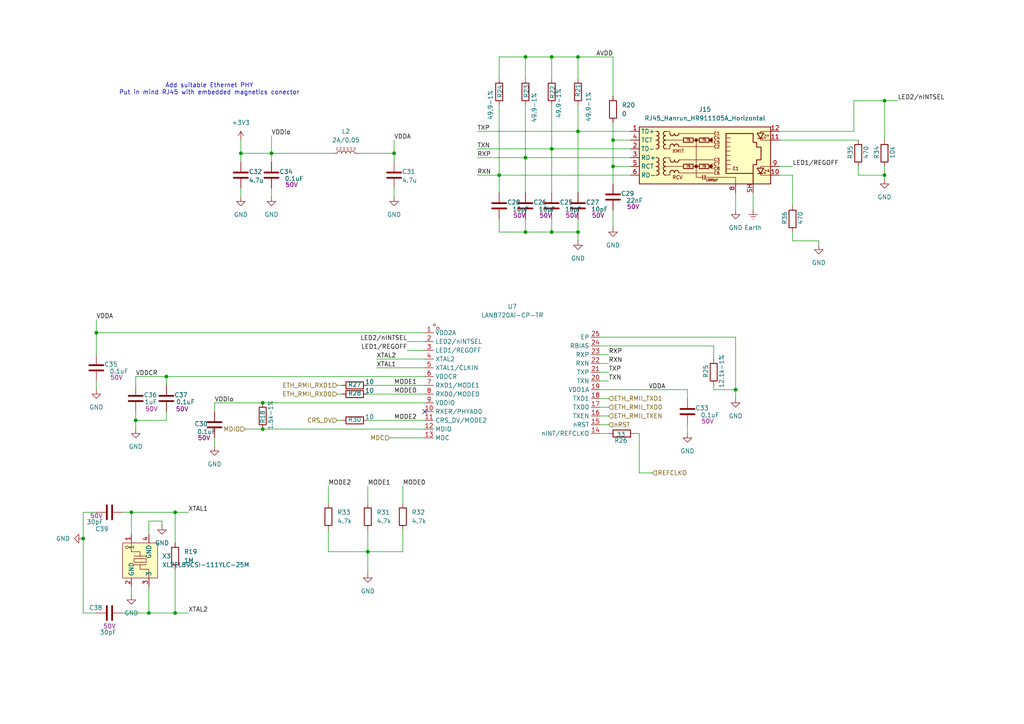
<source format=kicad_sch>
(kicad_sch (version 20250114) (generator "eeschema") (generator_version "9.0")
  (paper "A4")
  (lib_symbols
    (symbol "Connector:RJ45_Hanrun_HR911105A_Horizontal"
      (property "Reference" "J" (at 18.415 10.16 0))
      (property "Value" "RJ45_Hanrun_HR911105A_Horizontal" (at -19.05 10.16 0))
      (symbol "RJ45_Hanrun_HR911105A_Horizontal_0_0"
        (circle (center -1.27 5.08) (radius 0.0001) (stroke (width 0.508)))
        (polyline (pts (xy -1.27 5.08) (xy -1.27 -5.715)))
        (circle (center -1.27 -2.54) (radius 0.0001) (stroke (width 0.508)))
        (polyline (pts (xy 0.635 -5.08) (xy 0.635 -6.35)) (stroke (width 0.254)))
        (polyline (pts (xy 1.27 -5.08) (xy 1.27 -6.35)) (stroke (width 0.254)))
        (polyline (pts (xy 3.048 5.08) (xy 2.54 5.08)))
        (circle (center 3.048 5.08) (radius 0.0001) (stroke (width 0.508)))
        (polyline (pts (xy 3.048 -2.54) (xy 2.54 -2.54)))
        (circle (center 3.048 -2.54) (radius 0.0001) (stroke (width 0.508)))
        (polyline (pts (xy 3.683 5.715) (xy 3.048 5.715) (xy 3.048 4.445) (xy 3.683 4.445)))
        (polyline (pts (xy 3.683 -1.905) (xy 3.048 -1.905) (xy 3.048 -3.175) (xy 3.683 -3.175)))
        (polyline (pts (xy 17.399 7.112) (xy 17.399 7.62) (xy 20.32 7.62)))
        (polyline (pts (xy 17.399 -3.048) (xy 17.399 -2.54) (xy 20.32 -2.54)))
        (polyline (pts (xy 20.32 5.08) (xy 17.399 5.08) (xy 17.399 5.588)))
        (polyline (pts (xy 20.32 -5.08) (xy 17.399 -5.08) (xy 17.399 -4.572)))
        (text "XMIT" (at -8.255 1.905 0) (effects (font (size 1.016 1.016)) (justify left)))
        (text "RCV" (at -8.255 -5.715 0) (effects (font (size 1.016 1.016)) (justify left)))
        (text "C1" (at 4.699 6.985 0) (effects (font (size 0.889 0.889))))
        (text "C4" (at 4.699 5.715 0) (effects (font (size 0.889 0.889))))
        (text "C5" (at 4.699 4.445 0) (effects (font (size 0.889 0.889))))
        (text "C2" (at 4.699 3.175 0) (effects (font (size 0.889 0.889))))
        (text "C3" (at 4.699 -0.635 0) (effects (font (size 0.889 0.889))))
        (text "C7" (at 4.699 -1.905 0) (effects (font (size 0.889 0.889))))
        (text "C8" (at 4.699 -3.175 0) (effects (font (size 0.889 0.889))))
        (text "C6" (at 4.699 -4.445 0) (effects (font (size 0.889 0.889))))
        (text "C1" (at 10.16 -3.175 0) (effects (font (size 0.889 0.889))))
      )
      (symbol "RJ45_Hanrun_HR911105A_Horizontal_0_1"
        (rectangle (start -17.78 8.89) (end 20.32 -7.62) (stroke (width 0.254)) (fill (type background)))
        (polyline (pts (xy -12.7 7.62) (xy -13.081 7.62)))
        (polyline (pts (xy -12.7 5.08) (xy -13.081 5.08)))
        (polyline (pts (xy -12.7 2.54) (xy -13.081 2.54)))
        (polyline (pts (xy -12.7 0) (xy -13.081 0)))
        (polyline (pts (xy -12.7 -2.54) (xy -13.081 -2.54)))
        (polyline (pts (xy -12.7 -5.08) (xy -13.081 -5.08)))
        (polyline (pts (xy -10.16 7.62) (xy -8.89 7.62) (xy -8.89 6.985)))
        (polyline (pts (xy -10.16 0) (xy -8.89 0) (xy -8.89 -0.635)))
        (polyline (pts (xy -8.89 3.175) (xy -8.89 2.54) (xy -10.16 2.54)))
        (polyline (pts (xy -8.89 -4.445) (xy -8.89 -5.08) (xy -10.16 -5.08)))
        (polyline (pts (xy -6.35 6.985) (xy 3.683 6.985)))
        (polyline (pts (xy -6.35 3.175) (xy 3.683 3.175)))
        (polyline (pts (xy -6.35 -4.445) (xy 3.683 -4.445)))
        (polyline (pts (xy -6.223 -0.635) (xy 3.683 -0.635)))
        (polyline (pts (xy -5.08 -2.54) (xy -10.16 -2.54)))
        (polyline (pts (xy -4.953 5.08) (xy -10.16 5.08)))
        (polyline (pts (xy -2.159 5.08) (xy -0.381 5.08)))
        (polyline (pts (xy -2.159 -2.54) (xy -0.381 -2.54)))
        (polyline (pts (xy 0.635 -5.715) (xy -1.27 -5.715)))
        (polyline (pts (xy 7.366 3.175) (xy 8.636 3.175)))
        (polyline (pts (xy 7.366 1.905) (xy 8.636 1.905)))
        (polyline (pts (xy 7.366 0.635) (xy 8.636 0.635)))
        (polyline (pts (xy 7.366 -0.762) (xy 8.636 -0.762)))
        (polyline (pts (xy 7.366 -2.032) (xy 8.636 -2.032)))
        (polyline (pts (xy 8.636 5.715) (xy 7.366 5.715)))
        (polyline (pts (xy 8.636 4.445) (xy 7.366 4.445)))
        (polyline (pts (xy 8.636 -3.302) (xy 7.366 -3.302)))
        (polyline (pts (xy 10.16 -5.715) (xy 1.27 -5.715)))
        (polyline (pts (xy 10.16 -5.715) (xy 10.16 -7.62)))
      )
      (symbol "RJ45_Hanrun_HR911105A_Horizontal_1_0"
        (text "1000pF" (at 3.302 -6.477 0) (effects (font (size 0.635 0.635))))
      )
      (symbol "RJ45_Hanrun_HR911105A_Horizontal_1_1"
        (arc (start -12.7 0) (mid -12.0677 -0.635) (end -12.7 -1.27) (stroke (width 0.254)))
        (arc (start -12.6973 7.62) (mid -12.065 6.985) (end -12.6973 6.35) (stroke (width 0.254)))
        (arc (start -12.6973 -1.27) (mid -12.065 -1.905) (end -12.6973 -2.54) (stroke (width 0.254)))
        (arc (start -12.6973 -2.54) (mid -12.065 -3.175) (end -12.6973 -3.81) (stroke (width 0.254)))
        (arc (start -12.6973 -3.81) (mid -12.065 -4.445) (end -12.6973 -5.08) (stroke (width 0.254)))
        (arc (start -12.6946 6.35) (mid -12.0623 5.715) (end -12.6946 5.08) (stroke (width 0.254)))
        (arc (start -12.6946 5.08) (mid -12.0623 4.445) (end -12.6946 3.81) (stroke (width 0.254)))
        (arc (start -12.6946 3.81) (mid -12.0623 3.175) (end -12.6946 2.54) (stroke (width 0.254)))
        (arc (start -10.1654 6.35) (mid -10.7977 6.985) (end -10.1654 7.62) (stroke (width 0.254)))
        (arc (start -10.1654 5.08) (mid -10.7977 5.715) (end -10.1654 6.35) (stroke (width 0.254)))
        (arc (start -10.1654 3.81) (mid -10.7977 4.445) (end -10.1654 5.08) (stroke (width 0.254)))
        (arc (start -10.1654 -1.27) (mid -10.7977 -0.635) (end -10.1654 0) (stroke (width 0.254)))
        (arc (start -10.1654 -2.54) (mid -10.7977 -1.905) (end -10.1654 -1.27) (stroke (width 0.254)))
        (arc (start -10.1654 -3.81) (mid -10.7977 -3.175) (end -10.1654 -2.54) (stroke (width 0.254)))
        (arc (start -10.1627 2.54) (mid -10.795 3.175) (end -10.1627 3.81) (stroke (width 0.254)))
        (arc (start -10.1627 -5.08) (mid -10.795 -4.445) (end -10.1627 -3.81) (stroke (width 0.254)))
        (arc (start -7.62 6.9823) (mid -8.255 6.35) (end -8.89 6.9823) (stroke (width 0.254)))
        (arc (start -8.89 3.3047) (mid -8.255 3.937) (end -7.62 3.3047) (stroke (width 0.254)))
        (arc (start -8.89 -4.3153) (mid -8.255 -3.683) (end -7.62 -4.3153) (stroke (width 0.254)))
        (arc (start -7.5565 -0.7012) (mid -8.1915 -1.3335) (end -8.8265 -0.7012) (stroke (width 0.254)))
        (arc (start -6.35 6.985) (mid -6.985 6.3527) (end -7.62 6.985) (stroke (width 0.254)))
        (arc (start -7.62 3.3074) (mid -6.985 3.9397) (end -6.35 3.3074) (stroke (width 0.254)))
        (arc (start -7.62 -4.3126) (mid -6.985 -3.6803) (end -6.35 -4.3126) (stroke (width 0.254)))
        (arc (start -6.2865 -0.6985) (mid -6.9215 -1.3308) (end -7.5565 -0.6985) (stroke (width 0.254)))
        (rectangle (start -4.953 5.715) (end -2.159 4.445) (stroke (width 0.254)))
        (rectangle (start -4.953 -1.905) (end -2.159 -3.175) (stroke (width 0.254)))
        (rectangle (start -0.381 5.715) (end 2.413 4.445) (stroke (width 0.254)))
        (rectangle (start -0.381 -1.905) (end 2.413 -3.175) (stroke (width 0.254)))
        (polyline (pts (xy 7.366 -4.572) (xy 7.366 6.985) (xy 15.24 6.985) (xy 15.24 4.445) (xy 16.256 4.445) (xy 16.256 3.048) (xy 17.526 3.048) (xy 17.526 -0.635) (xy 16.256 -0.635) (xy 16.256 -2.032) (xy 15.24 -2.032) (xy 15.24 -4.572) (xy 7.366 -4.572)) (stroke (width 0.254)))
        (polyline (pts (xy 15.24 -7.62) (xy 15.24 -4.572)) (stroke (width 0.254)))
        (polyline (pts (xy 18.161 5.588) (xy 16.637 5.588)) (stroke (width 0.254)))
        (polyline (pts (xy 18.161 -4.572) (xy 16.637 -4.572)) (stroke (width 0.254)))
        (polyline (pts (xy 18.288 7.112) (xy 16.383 7.112) (xy 17.399 5.588) (xy 18.288 7.112)) (stroke (width 0.254)))
        (polyline (pts (xy 18.288 6.096) (xy 18.796 5.588) (xy 18.542 5.588)))
        (polyline (pts (xy 18.288 -3.048) (xy 16.383 -3.048) (xy 17.399 -4.572) (xy 18.288 -3.048)) (stroke (width 0.254)))
        (polyline (pts (xy 18.288 -4.064) (xy 18.796 -4.572) (xy 18.542 -4.572)))
        (polyline (pts (xy 18.542 6.731) (xy 19.05 6.223) (xy 18.796 6.223)))
        (polyline (pts (xy 18.542 -3.429) (xy 19.05 -3.937) (xy 18.796 -3.937)))
        (polyline (pts (xy 18.796 5.588) (xy 18.796 5.842)))
        (polyline (pts (xy 18.796 -4.572) (xy 18.796 -4.318)))
        (polyline (pts (xy 19.05 6.223) (xy 19.05 6.477)))
        (polyline (pts (xy 19.05 -3.937) (xy 19.05 -3.683)))
        (text "75" (at -3.556 5.08 0) (effects (font (size 0.635 0.635))))
        (text "75" (at -3.556 -2.54 0) (effects (font (size 0.635 0.635))))
        (text "75" (at 1.016 5.08 0) (effects (font (size 0.635 0.635))))
        (text "75" (at 1.016 -2.54 0) (effects (font (size 0.635 0.635))))
        (text "Y" (at 19.558 6.35 0) (effects (font (size 0.635 0.635))))
        (text "G" (at 19.685 -3.81 0) (effects (font (size 0.635 0.635))))
        (pin passive line (at -20.32 7.62 0) (length 2.54) (name "TD+") (number "1"))
        (pin passive line (at -20.32 5.08 0) (length 2.54) (name "TCT") (number "4"))
        (pin passive line (at -20.32 2.54 0) (length 2.54) (name "TD-") (number "2"))
        (pin passive line (at -20.32 0 0) (length 2.54) (name "RD+") (number "3"))
        (pin passive line (at -20.32 -2.54 0) (length 2.54) (name "RCT") (number "5"))
        (pin passive line (at -20.32 -5.08 0) (length 2.54) (name "RD-") (number "6"))
        (pin power_in line (at 10.16 -10.16 90) (length 2.54) (name "") (number "8"))
        (pin passive line (at 15.24 -10.16 90) (length 2.54) (name "") (number "SH"))
        (pin no_connect line (at 20.32 0 0) (length 0) (hide yes) (name "NC") (number "7"))
        (pin passive line (at 22.86 7.62 180) (length 2.54) (name "") (number "12"))
        (pin passive line (at 22.86 5.08 180) (length 2.54) (name "") (number "11"))
        (pin passive line (at 22.86 -2.54 180) (length 2.54) (name "") (number "9"))
        (pin passive line (at 22.86 -5.08 180) (length 2.54) (name "") (number "10"))
      )
    )
    (symbol "Device:C" (pin_numbers (hide yes)) (pin_names (offset 0.254))
      (property "Reference" "C" (at 0.635 2.54 0))
      (property "Value" "C" (at 0.635 -2.54 0))
      (symbol "C_0_1"
        (polyline (pts (xy -2.032 0.762) (xy 2.032 0.762)) (stroke (width 0.508)))
        (polyline (pts (xy -2.032 -0.762) (xy 2.032 -0.762)) (stroke (width 0.508)))
      )
      (symbol "C_1_1"
        (pin passive line (at 0 3.81 270) (length 2.794) (name "~") (number "1"))
        (pin passive line (at 0 -3.81 90) (length 2.794) (name "~") (number "2"))
      )
    )
    (symbol "Device:L_Ferrite" (pin_numbers (hide yes)) (pin_names (offset 1.016) (hide yes))
      (property "Reference" "L" (at -1.27 0 90))
      (property "Value" "L_Ferrite" (at 2.794 0 90))
      (symbol "L_Ferrite_0_1"
        (arc (start 0 2.54) (mid 0.6323 1.905) (end 0 1.27))
        (arc (start 0 1.27) (mid 0.6323 0.635) (end 0 0))
        (arc (start 0 0) (mid 0.6323 -0.635) (end 0 -1.27))
        (arc (start 0 -1.27) (mid 0.6323 -1.905) (end 0 -2.54))
        (polyline (pts (xy 1.016 2.286) (xy 1.016 2.794)))
        (polyline (pts (xy 1.016 1.27) (xy 1.016 1.778)))
        (polyline (pts (xy 1.016 0.254) (xy 1.016 0.762)))
        (polyline (pts (xy 1.016 -0.762) (xy 1.016 -0.254)))
        (polyline (pts (xy 1.016 -1.778) (xy 1.016 -1.27)))
        (polyline (pts (xy 1.016 -2.794) (xy 1.016 -2.286)))
        (polyline (pts (xy 1.524 2.794) (xy 1.524 2.286)))
        (polyline (pts (xy 1.524 1.778) (xy 1.524 1.27)))
        (polyline (pts (xy 1.524 0.762) (xy 1.524 0.254)))
        (polyline (pts (xy 1.524 -0.254) (xy 1.524 -0.762)))
        (polyline (pts (xy 1.524 -1.27) (xy 1.524 -1.778)))
        (polyline (pts (xy 1.524 -2.286) (xy 1.524 -2.794)))
      )
      (symbol "L_Ferrite_1_1"
        (pin passive line (at 0 3.81 270) (length 1.27) (name "1") (number "1"))
        (pin passive line (at 0 -3.81 90) (length 1.27) (name "2") (number "2"))
      )
    )
    (symbol "Device:R" (pin_numbers (hide yes)) (pin_names (offset 0))
      (property "Reference" "R" (at 2.032 0 90))
      (property "Value" "R" (at 0 0 90))
      (symbol "R_0_1"
        (rectangle (start -1.016 -2.54) (end 1.016 2.54) (stroke (width 0.254)))
      )
      (symbol "R_1_1"
        (pin passive line (at 0 3.81 270) (length 1.27) (name "~") (number "1"))
        (pin passive line (at 0 -3.81 90) (length 1.27) (name "~") (number "2"))
      )
    )
    (symbol "EasyEDA:LAN8720AI-CP-TR"
      (property "Reference" "U" (at 0 20.32 0))
      (property "Value" "LAN8720AI-CP-TR" (at 0 -20.32 0))
      (symbol "LAN8720AI-CP-TR_0_1"
        (rectangle (start -22.86 17.78) (end -22.35 17.27) (fill (type background)))
        (circle (center -21.59 16.51) (radius 0.38))
        (pin unspecified line (at -25.4 15.24 0) (length 2.54) (name "VDD2A") (number "1"))
        (pin unspecified line (at -25.4 12.7 0) (length 2.54) (name "LED2/nINTSEL") (number "2"))
        (pin unspecified line (at -25.4 10.16 0) (length 2.54) (name "LED1/REGOFF") (number "3"))
        (pin unspecified line (at -25.4 7.62 0) (length 2.54) (name "XTAL2") (number "4"))
        (pin unspecified line (at -25.4 5.08 0) (length 2.54) (name "XTAL1/CLKIN") (number "5"))
        (pin unspecified line (at -25.4 2.54 0) (length 2.54) (name "VDDCR") (number "6"))
        (pin unspecified line (at -25.4 0 0) (length 2.54) (name "RXD1/MODE1") (number "7"))
        (pin unspecified line (at -25.4 -2.54 0) (length 2.54) (name "RXD0/MODE0") (number "8"))
        (pin unspecified line (at -25.4 -5.08 0) (length 2.54) (name "VDDIO") (number "9"))
        (pin unspecified line (at -25.4 -7.62 0) (length 2.54) (name "RXER/PHYAD0") (number "10"))
        (pin unspecified line (at -25.4 -10.16 0) (length 2.54) (name "CRS_DV/MODE2") (number "11"))
        (pin unspecified line (at -25.4 -12.7 0) (length 2.54) (name "MDIO") (number "12"))
        (pin unspecified line (at -25.4 -15.24 0) (length 2.54) (name "MDC") (number "13"))
        (pin unspecified line (at 25.4 13.97 180) (length 2.54) (name "EP") (number "25"))
        (pin unspecified line (at 25.4 11.43 180) (length 2.54) (name "RBIAS") (number "24"))
        (pin unspecified line (at 25.4 8.89 180) (length 2.54) (name "RXP") (number "23"))
        (pin unspecified line (at 25.4 6.35 180) (length 2.54) (name "RXN") (number "22"))
        (pin unspecified line (at 25.4 3.81 180) (length 2.54) (name "TXP") (number "21"))
        (pin unspecified line (at 25.4 1.27 180) (length 2.54) (name "TXN") (number "20"))
        (pin unspecified line (at 25.4 -1.27 180) (length 2.54) (name "VDD1A") (number "19"))
        (pin unspecified line (at 25.4 -3.81 180) (length 2.54) (name "TXD1") (number "18"))
        (pin unspecified line (at 25.4 -6.35 180) (length 2.54) (name "TXD0") (number "17"))
        (pin unspecified line (at 25.4 -8.89 180) (length 2.54) (name "TXEN") (number "16"))
        (pin unspecified line (at 25.4 -11.43 180) (length 2.54) (name "nRST") (number "15"))
        (pin unspecified line (at 25.4 -13.97 180) (length 2.54) (name "nINT/REFCLKO") (number "14"))
      )
    )
    (symbol "EasyEDA:XL2EL89CSI-111YLC-25M"
      (property "Reference" "X" (at 0 7.62 0))
      (property "Value" "XL2EL89CSI-111YLC-25M" (at 0 -7.62 0))
      (symbol "XL2EL89CSI-111YLC-25M_0_1"
        (rectangle (start -5.08 5.08) (end 5.08 -5.08) (fill (type background)))
        (polyline (pts (xy -5.08 -2.54) (xy -2.54 -2.54) (xy -2.54 0) (xy -1.27 0)))
        (circle (center -3.81 -3.81) (radius 0.38))
        (polyline (pts (xy -1.27 -1.78) (xy -1.27 1.78)))
        (rectangle (start -0.51 1.78) (end 0.51 -1.78) (fill (type background)))
        (polyline (pts (xy 1.27 -1.78) (xy 1.27 1.78)))
        (polyline (pts (xy 5.08 2.54) (xy 2.54 2.54) (xy 2.54 0) (xy 1.27 0)))
        (pin input line (at -7.62 2.54 0) (length 2.54) (name "GND") (number "4"))
        (pin input line (at -7.62 -2.54 0) (length 2.54) (name "1") (number "1"))
        (pin input line (at 7.62 2.54 180) (length 2.54) (name "3") (number "3"))
        (pin input line (at 7.62 -2.54 180) (length 2.54) (name "GND") (number "2"))
      )
    )
    (symbol "power:+3V3" (power) (pin_numbers (hide yes)) (pin_names (offset 0) (hide yes))
      (property "Value" "+3V3" (at 0 3.556 0))
      (symbol "+3V3_0_1"
        (polyline (pts (xy -0.762 1.27) (xy 0 2.54)))
        (polyline (pts (xy 0 2.54) (xy 0.762 1.27)))
        (polyline (pts (xy 0 0) (xy 0 2.54)))
      )
      (symbol "+3V3_1_1"
        (pin power_in line (at 0 0 90) (length 0) (name "~") (number "1"))
      )
    )
    (symbol "power:Earth" (power) (pin_numbers (hide yes)) (pin_names (offset 0) (hide yes))
      (property "Value" "Earth" (at 0 -3.81 0))
      (symbol "Earth_0_1"
        (polyline (pts (xy -0.635 -1.905) (xy 0.635 -1.905)))
        (polyline (pts (xy -0.127 -2.54) (xy 0.127 -2.54)))
        (polyline (pts (xy 0 -1.27) (xy 0 0)))
        (polyline (pts (xy 1.27 -1.27) (xy -1.27 -1.27)))
      )
      (symbol "Earth_1_1"
        (pin power_in line (at 0 0 270) (length 0) (name "~") (number "1"))
      )
    )
    (symbol "power:GND" (power) (pin_numbers (hide yes)) (pin_names (offset 0) (hide yes))
      (property "Value" "GND" (at 0 -3.81 0))
      (symbol "GND_0_1"
        (polyline (pts (xy 0 0) (xy 0 -1.27) (xy 1.27 -1.27) (xy 0 -2.54) (xy -1.27 -1.27) (xy 0 -1.27)))
      )
      (symbol "GND_1_1"
        (pin power_in line (at 0 0 270) (length 0) (name "~") (number "1"))
      )
    )
  )
  (text "Add suitable Ethernet PHY\nPut in mind RJ45 with embedded magnetics conector\n" (at 60.706 25.908 0) (effects (font (size 1.27 1.27))))
  (junction (at 114.3 44.45))
  (junction (at 76.2 116.84))
  (junction (at 76.2 124.46))
  (junction (at 160.02 67.31))
  (junction (at 27.94 96.52))
  (junction (at 78.74 44.45))
  (junction (at 152.4 45.72))
  (junction (at 50.8 148.59))
  (junction (at 106.68 160.02))
  (junction (at 39.37 121.92))
  (junction (at 177.8 40.64))
  (junction (at 152.4 67.31))
  (junction (at 48.26 109.22))
  (junction (at 167.64 67.31))
  (junction (at 213.36 113.03))
  (junction (at 167.64 38.1))
  (junction (at 69.85 44.45))
  (junction (at 160.02 16.51))
  (junction (at 152.4 16.51))
  (junction (at 24.13 156.21))
  (junction (at 43.18 177.8))
  (junction (at 256.54 29.21))
  (junction (at 256.54 50.8))
  (junction (at 167.64 16.51))
  (junction (at 144.78 50.8))
  (junction (at 177.8 48.26))
  (junction (at 50.8 177.8))
  (junction (at 38.1 148.59))
  (junction (at 160.02 43.18))
  (no_connect (at 123.19 119.38))
  (wire (pts (xy 114.3 54.61) (xy 114.3 57.15)))
  (wire (pts (xy 114.3 40.64) (xy 114.3 44.45)))
  (wire (pts (xy 114.3 44.45) (xy 114.3 46.99)))
  (wire (pts (xy 138.43 45.72) (xy 152.4 45.72)))
  (wire (pts (xy 185.42 125.73) (xy 184.15 125.73)))
  (wire (pts (xy 48.26 109.22) (xy 48.26 111.76)))
  (wire (pts (xy 177.8 48.26) (xy 177.8 53.34)))
  (wire (pts (xy 35.56 148.59) (xy 38.1 148.59)))
  (wire (pts (xy 226.06 38.1) (xy 247.65 38.1)))
  (wire (pts (xy 248.92 48.26) (xy 248.92 50.8)))
  (wire (pts (xy 167.64 30.48) (xy 167.64 38.1)))
  (wire (pts (xy 76.2 116.84) (xy 123.19 116.84)))
  (wire (pts (xy 144.78 50.8) (xy 144.78 55.88)))
  (wire (pts (xy 50.8 165.1) (xy 50.8 177.8)))
  (wire (pts (xy 167.64 67.31) (xy 167.64 69.85)))
  (wire (pts (xy 116.84 160.02) (xy 116.84 153.67)))
  (wire (pts (xy 106.68 121.92) (xy 123.19 121.92)))
  (wire (pts (xy 256.54 29.21) (xy 260.35 29.21)))
  (wire (pts (xy 173.99 120.65) (xy 176.53 120.65)))
  (wire (pts (xy 78.74 44.45) (xy 78.74 46.99)))
  (wire (pts (xy 69.85 44.45) (xy 69.85 46.99)))
  (wire (pts (xy 167.64 63.5) (xy 167.64 67.31)))
  (wire (pts (xy 173.99 123.19) (xy 176.53 123.19)))
  (wire (pts (xy 24.13 177.8) (xy 27.94 177.8)))
  (wire (pts (xy 144.78 22.86) (xy 144.78 16.51)))
  (wire (pts (xy 106.68 160.02) (xy 106.68 166.37)))
  (wire (pts (xy 106.68 160.02) (xy 116.84 160.02)))
  (wire (pts (xy 144.78 50.8) (xy 182.88 50.8)))
  (wire (pts (xy 256.54 50.8) (xy 256.54 48.26)))
  (wire (pts (xy 39.37 121.92) (xy 39.37 124.46)))
  (wire (pts (xy 62.23 116.84) (xy 76.2 116.84)))
  (wire (pts (xy 160.02 67.31) (xy 167.64 67.31)))
  (wire (pts (xy 160.02 22.86) (xy 160.02 16.51)))
  (wire (pts (xy 160.02 16.51) (xy 167.64 16.51)))
  (wire (pts (xy 177.8 40.64) (xy 177.8 48.26)))
  (wire (pts (xy 38.1 148.59) (xy 50.8 148.59)))
  (wire (pts (xy 199.39 113.03) (xy 199.39 115.57)))
  (wire (pts (xy 144.78 16.51) (xy 152.4 16.51)))
  (wire (pts (xy 138.43 38.1) (xy 167.64 38.1)))
  (wire (pts (xy 109.22 104.14) (xy 123.19 104.14)))
  (wire (pts (xy 39.37 121.92) (xy 48.26 121.92)))
  (wire (pts (xy 39.37 109.22) (xy 39.37 111.76)))
  (wire (pts (xy 144.78 63.5) (xy 144.78 67.31)))
  (wire (pts (xy 43.18 177.8) (xy 50.8 177.8)))
  (wire (pts (xy 118.11 101.6) (xy 123.19 101.6)))
  (wire (pts (xy 144.78 67.31) (xy 152.4 67.31)))
  (wire (pts (xy 177.8 48.26) (xy 182.88 48.26)))
  (wire (pts (xy 213.36 113.03) (xy 213.36 115.57)))
  (wire (pts (xy 69.85 44.45) (xy 78.74 44.45)))
  (wire (pts (xy 247.65 29.21) (xy 256.54 29.21)))
  (wire (pts (xy 167.64 38.1) (xy 167.64 55.88)))
  (wire (pts (xy 207.01 100.33) (xy 207.01 104.14)))
  (wire (pts (xy 78.74 39.37) (xy 78.74 44.45)))
  (wire (pts (xy 69.85 40.64) (xy 69.85 44.45)))
  (wire (pts (xy 173.99 105.41) (xy 176.53 105.41)))
  (wire (pts (xy 24.13 148.59) (xy 24.13 156.21)))
  (wire (pts (xy 152.4 45.72) (xy 182.88 45.72)))
  (wire (pts (xy 173.99 118.11) (xy 176.53 118.11)))
  (wire (pts (xy 173.99 115.57) (xy 176.53 115.57)))
  (wire (pts (xy 97.79 121.92) (xy 99.06 121.92)))
  (wire (pts (xy 248.92 50.8) (xy 256.54 50.8)))
  (wire (pts (xy 27.94 92.71) (xy 27.94 96.52)))
  (wire (pts (xy 152.4 16.51) (xy 152.4 22.86)))
  (wire (pts (xy 226.06 40.64) (xy 248.92 40.64)))
  (wire (pts (xy 109.22 106.68) (xy 123.19 106.68)))
  (wire (pts (xy 104.14 44.45) (xy 114.3 44.45)))
  (wire (pts (xy 160.02 43.18) (xy 160.02 55.88)))
  (wire (pts (xy 69.85 54.61) (xy 69.85 57.15)))
  (wire (pts (xy 48.26 109.22) (xy 123.19 109.22)))
  (wire (pts (xy 213.36 97.79) (xy 213.36 113.03)))
  (wire (pts (xy 226.06 48.26) (xy 229.87 48.26)))
  (wire (pts (xy 113.03 127) (xy 123.19 127)))
  (wire (pts (xy 173.99 97.79) (xy 213.36 97.79)))
  (wire (pts (xy 71.12 124.46) (xy 76.2 124.46)))
  (wire (pts (xy 62.23 127) (xy 62.23 129.54)))
  (wire (pts (xy 46.99 151.13) (xy 43.18 151.13)))
  (wire (pts (xy 106.68 111.76) (xy 123.19 111.76)))
  (wire (pts (xy 78.74 54.61) (xy 78.74 57.15)))
  (wire (pts (xy 95.25 140.97) (xy 95.25 146.05)))
  (wire (pts (xy 38.1 170.18) (xy 38.1 172.72)))
  (wire (pts (xy 27.94 110.49) (xy 27.94 113.03)))
  (wire (pts (xy 95.25 160.02) (xy 106.68 160.02)))
  (wire (pts (xy 95.25 153.67) (xy 95.25 160.02)))
  (wire (pts (xy 160.02 30.48) (xy 160.02 43.18)))
  (wire (pts (xy 167.64 38.1) (xy 182.88 38.1)))
  (wire (pts (xy 256.54 50.8) (xy 256.54 52.07)))
  (wire (pts (xy 173.99 113.03) (xy 199.39 113.03)))
  (wire (pts (xy 229.87 59.69) (xy 229.87 50.8)))
  (wire (pts (xy 173.99 102.87) (xy 176.53 102.87)))
  (wire (pts (xy 43.18 170.18) (xy 43.18 177.8)))
  (wire (pts (xy 152.4 45.72) (xy 152.4 55.88)))
  (wire (pts (xy 106.68 140.97) (xy 106.68 146.05)))
  (wire (pts (xy 167.64 16.51) (xy 177.8 16.51)))
  (wire (pts (xy 173.99 110.49) (xy 176.53 110.49)))
  (wire (pts (xy 27.94 96.52) (xy 27.94 102.87)))
  (wire (pts (xy 106.68 153.67) (xy 106.68 160.02)))
  (wire (pts (xy 46.99 152.4) (xy 46.99 151.13)))
  (wire (pts (xy 62.23 116.84) (xy 62.23 119.38)))
  (wire (pts (xy 48.26 119.38) (xy 48.26 121.92)))
  (wire (pts (xy 199.39 123.19) (xy 199.39 125.73)))
  (wire (pts (xy 185.42 137.16) (xy 189.23 137.16)))
  (wire (pts (xy 24.13 148.59) (xy 27.94 148.59)))
  (wire (pts (xy 160.02 63.5) (xy 160.02 67.31)))
  (wire (pts (xy 38.1 148.59) (xy 38.1 154.94)))
  (wire (pts (xy 182.88 40.64) (xy 177.8 40.64)))
  (wire (pts (xy 207.01 113.03) (xy 213.36 113.03)))
  (wire (pts (xy 116.84 140.97) (xy 116.84 146.05)))
  (wire (pts (xy 152.4 63.5) (xy 152.4 67.31)))
  (wire (pts (xy 39.37 109.22) (xy 48.26 109.22)))
  (wire (pts (xy 237.49 69.85) (xy 237.49 71.12)))
  (wire (pts (xy 39.37 119.38) (xy 39.37 121.92)))
  (wire (pts (xy 213.36 55.88) (xy 213.36 60.96)))
  (wire (pts (xy 97.79 111.76) (xy 99.06 111.76)))
  (wire (pts (xy 173.99 100.33) (xy 207.01 100.33)))
  (wire (pts (xy 173.99 107.95) (xy 176.53 107.95)))
  (wire (pts (xy 160.02 43.18) (xy 182.88 43.18)))
  (wire (pts (xy 256.54 29.21) (xy 256.54 40.64)))
  (wire (pts (xy 27.94 96.52) (xy 123.19 96.52)))
  (wire (pts (xy 24.13 156.21) (xy 24.13 177.8)))
  (wire (pts (xy 173.99 125.73) (xy 176.53 125.73)))
  (wire (pts (xy 177.8 35.56) (xy 177.8 40.64)))
  (wire (pts (xy 50.8 148.59) (xy 50.8 157.48)))
  (wire (pts (xy 138.43 43.18) (xy 160.02 43.18)))
  (wire (pts (xy 152.4 30.48) (xy 152.4 45.72)))
  (wire (pts (xy 177.8 60.96) (xy 177.8 66.04)))
  (wire (pts (xy 78.74 44.45) (xy 96.52 44.45)))
  (wire (pts (xy 152.4 67.31) (xy 160.02 67.31)))
  (wire (pts (xy 152.4 16.51) (xy 160.02 16.51)))
  (wire (pts (xy 177.8 16.51) (xy 177.8 27.94)))
  (wire (pts (xy 144.78 30.48) (xy 144.78 50.8)))
  (wire (pts (xy 43.18 151.13) (xy 43.18 154.94)))
  (wire (pts (xy 50.8 177.8) (xy 54.61 177.8)))
  (wire (pts (xy 229.87 67.31) (xy 229.87 69.85)))
  (wire (pts (xy 118.11 99.06) (xy 123.19 99.06)))
  (wire (pts (xy 229.87 69.85) (xy 237.49 69.85)))
  (wire (pts (xy 97.79 114.3) (xy 99.06 114.3)))
  (wire (pts (xy 218.44 55.88) (xy 218.44 60.96)))
  (wire (pts (xy 247.65 29.21) (xy 247.65 38.1)))
  (wire (pts (xy 76.2 124.46) (xy 123.19 124.46)))
  (wire (pts (xy 35.56 177.8) (xy 43.18 177.8)))
  (wire (pts (xy 106.68 114.3) (xy 123.19 114.3)))
  (wire (pts (xy 50.8 148.59) (xy 54.61 148.59)))
  (wire (pts (xy 207.01 111.76) (xy 207.01 113.03)))
  (wire (pts (xy 138.43 50.8) (xy 144.78 50.8)))
  (wire (pts (xy 226.06 50.8) (xy 229.87 50.8)))
  (wire (pts (xy 167.64 16.51) (xy 167.64 22.86)))
  (wire (pts (xy 185.42 137.16) (xy 185.42 125.73)))
  (label "VDDio" (at 78.74 39.37 0))
  (label "TXN" (at 176.53 110.49 0))
  (label "MODE1" (at 114.3 111.76 0))
  (label "MODE0" (at 116.84 140.97 0))
  (label "VDDA" (at 193.04 113.03 180))
  (label "XTAL1" (at 54.61 148.59 0))
  (label "RXP" (at 138.43 45.72 0))
  (label "LED1{slash}REGOFF" (at 229.87 48.26 0))
  (label "RXN" (at 138.43 50.8 0))
  (label "LED2{slash}nINTSEL" (at 260.35 29.21 0))
  (label "MODE1" (at 106.68 140.97 0))
  (label "TXP" (at 138.43 38.1 0))
  (label "XTAL2" (at 54.61 177.8 0))
  (label "VDDio" (at 62.23 116.84 0))
  (label "XTAL2" (at 109.22 104.14 0))
  (label "TXN" (at 138.43 43.18 0))
  (label "MODE0" (at 114.3 114.3 0))
  (label "LED2{slash}nINTSEL" (at 118.11 99.06 180))
  (label "VDDCR" (at 39.37 109.22 0))
  (label "VDDA" (at 27.94 92.71 0))
  (label "RXN" (at 176.53 105.41 0))
  (label "MODE2" (at 114.3 121.92 0))
  (label "RXP" (at 176.53 102.87 0))
  (label "AVDD" (at 177.8 16.51 180))
  (label "MODE2" (at 95.25 140.97 0))
  (label "LED1{slash}REGOFF" (at 118.11 101.6 180))
  (label "XTAL1" (at 109.22 106.68 0))
  (label "VDDA" (at 114.3 40.64 0))
  (label "TXP" (at 176.53 107.95 0))
  (hierarchical_label "CRS_DV" (shape input) (at 97.79 121.92 180))
  (hierarchical_label "ETH_RMII_RXD1" (shape input) (at 97.79 111.76 180))
  (hierarchical_label "ETH_RMII_TXD1" (shape input) (at 176.53 115.57 0))
  (hierarchical_label "nRST" (shape input) (at 176.53 123.19 0))
  (hierarchical_label "ETH_RMII_TXD0" (shape input) (at 176.53 118.11 0))
  (hierarchical_label "ETH_RMII_TXEN" (shape input) (at 176.53 120.65 0))
  (hierarchical_label "MDC" (shape input) (at 113.03 127 180))
  (hierarchical_label "REFCLKO" (shape input) (at 189.23 137.16 0))
  (hierarchical_label "ETH_RMII_RXD0" (shape input) (at 97.79 114.3 180))
  (hierarchical_label "MDIO" (shape input) (at 71.12 124.46 180))
  (symbol (lib_id "Device:R") (at 207.01 107.95 180) (unit 1)
    (property "Reference" "R25" (at 204.724 107.696 90))
    (property "Value" "12.1k-1%" (at 209.296 107.696 90))
    (property "Footprint" "Resistor_SMD:R_0805_2012Metric" (effects (hide yes)))
    (property "Description" "Resistor" (effects (hide yes)))
  )
  (symbol (lib_id "power:GND") (at 237.49 71.12 0) (unit 1)
    (property "Reference" "#PWR083" (effects (hide yes)))
    (property "Value" "GND" (at 237.49 76.2 0))
    (property "Description" "Power symbol creates a global label with name \"GND\" , ground" (effects (hide yes)))
  )
  (symbol (lib_id "power:GND") (at 199.39 125.73 0) (unit 1)
    (property "Reference" "#PWR079" (effects (hide yes)))
    (property "Value" "GND" (at 199.39 130.81 0))
    (property "Description" "Power symbol creates a global label with name \"GND\" , ground" (effects (hide yes)))
  )
  (symbol (lib_id "Device:R") (at 248.92 44.45 180) (unit 1)
    (property "Reference" "R35" (at 246.634 44.196 90))
    (property "Value" "470" (at 251.206 44.196 90))
    (property "Footprint" "Resistor_SMD:R_0805_2012Metric" (effects (hide yes)))
    (property "Description" "Resistor" (effects (hide yes)))
  )
  (symbol (lib_id "Device:C") (at 31.75 177.8 90) (unit 1)
    (property "Reference" "C38" (at 29.718 176.276 90) (effects (justify left)))
    (property "Value" "30pF" (at 33.782 183.388 90) (effects (justify left)))
    (property "Footprint" "Capacitor_SMD:C_0805_2012Metric" (effects (hide yes)))
    (property "Description" "Unpolarized capacitor" (effects (hide yes)))
    (property "Voltage Rating" "50V" (at 31.75 181.61 90))
  )
  (symbol (lib_id "Device:C") (at 69.85 50.8 0) (unit 1)
    (property "Reference" "C32" (at 72.136 49.784 0) (effects (justify left)))
    (property "Value" "4.7u" (at 72.136 52.324 0) (effects (justify left)))
    (property "Footprint" "Capacitor_SMD:C_0805_2012Metric" (effects (hide yes)))
    (property "Description" "Unpolarized capacitor" (effects (hide yes)))
  )
  (symbol (lib_id "Device:R") (at 229.87 63.5 180) (unit 1)
    (property "Reference" "R36" (at 227.584 63.246 90))
    (property "Value" "470" (at 232.156 63.246 90))
    (property "Footprint" "Resistor_SMD:R_0805_2012Metric" (effects (hide yes)))
    (property "Description" "Resistor" (effects (hide yes)))
  )
  (symbol (lib_id "Device:L_Ferrite") (at 100.33 44.45 90) (unit 1)
    (property "Reference" "L2" (at 100.33 38.1 90))
    (property "Value" "2A/0.05" (at 100.33 40.64 90))
    (property "Footprint" "Inductor_SMD:L_1206_3216Metric" (effects (hide yes)))
    (property "Description" "Inductor with ferrite core" (effects (hide yes)))
  )
  (symbol (lib_id "power:GND") (at 46.99 152.4 0) (unit 1)
    (property "Reference" "#PWR088" (effects (hide yes)))
    (property "Value" "GND" (at 46.99 157.48 0))
    (property "Description" "Power symbol creates a global label with name \"GND\" , ground" (effects (hide yes)))
  )
  (symbol (lib_id "power:GND") (at 69.85 57.15 0) (unit 1)
    (property "Reference" "#PWR075" (effects (hide yes)))
    (property "Value" "GND" (at 69.85 62.23 0))
    (property "Description" "Power symbol creates a global label with name \"GND\" , ground" (effects (hide yes)))
  )
  (symbol (lib_id "Device:C") (at 199.39 119.38 0) (unit 1)
    (property "Reference" "C33" (at 201.676 118.364 0) (effects (justify left)))
    (property "Value" "0.1uF" (at 203.2 120.396 0) (effects (justify left)))
    (property "Footprint" "Capacitor_SMD:C_0805_2012Metric" (effects (hide yes)))
    (property "Description" "Unpolarized capacitor" (effects (hide yes)))
    (property "Voltage Rating" "50V" (at 205.232 122.174 0))
  )
  (symbol (lib_id "Device:R") (at 180.34 125.73 90) (unit 1)
    (property "Reference" "R26" (at 180.086 127.762 90))
    (property "Value" "33" (at 180.086 125.984 90))
    (property "Footprint" "Resistor_SMD:R_0805_2012Metric" (effects (hide yes)))
    (property "Description" "Resistor" (effects (hide yes)))
  )
  (symbol (lib_id "Device:R") (at 256.54 44.45 180) (unit 1)
    (property "Reference" "R34" (at 254.254 44.196 90))
    (property "Value" "10k" (at 258.826 44.196 90))
    (property "Footprint" "Resistor_SMD:R_0805_2012Metric" (effects (hide yes)))
    (property "Description" "Resistor" (effects (hide yes)))
  )
  (symbol (lib_id "power:GND") (at 24.13 156.21 270) (unit 1)
    (property "Reference" "#PWR080" (effects (hide yes)))
    (property "Value" "GND" (at 20.32 156.2099 90) (effects (justify right)))
    (property "Description" "Power symbol creates a global label with name \"GND\" , ground" (effects (hide yes)))
  )
  (symbol (lib_id "power:GND") (at 106.68 166.37 0) (unit 1)
    (property "Reference" "#PWR081" (effects (hide yes)))
    (property "Value" "GND" (at 106.68 171.45 0))
    (property "Description" "Power symbol creates a global label with name \"GND\" , ground" (effects (hide yes)))
  )
  (symbol (lib_id "EasyEDA:XL2EL89CSI-111YLC-25M") (at 40.64 162.56 270) (unit 1)
    (property "Reference" "X3" (at 46.99 161.2899 90) (effects (justify left)))
    (property "Value" "XL2EL89CSI-111YLC-25M" (at 46.99 163.8299 90) (effects (justify left)))
    (property "Footprint" "EasyEDA:CRYSTAL-SMD_4P-L3.2-W2.5-BL" (effects (hide yes)))
    (property "LCSC Part" "C5280577" (effects (hide yes)))
  )
  (symbol (lib_id "Device:C") (at 160.02 59.69 0) (unit 1)
    (property "Reference" "C25" (at 162.306 58.674 0) (effects (justify left)))
    (property "Value" "10pF" (at 163.83 60.706 0) (effects (justify left)))
    (property "Footprint" "Capacitor_SMD:C_0805_2012Metric" (effects (hide yes)))
    (property "Description" "Unpolarized capacitor" (effects (hide yes)))
    (property "Voltage Rating" "50V" (at 165.862 62.484 0))
  )
  (symbol (lib_id "Device:R") (at 76.2 120.65 180) (unit 1)
    (property "Reference" "R18" (at 76.2 120.904 90))
    (property "Value" "1.5k-1%" (at 78.486 120.396 90))
    (property "Footprint" "Resistor_SMD:R_0805_2012Metric" (effects (hide yes)))
    (property "Description" "Resistor" (effects (hide yes)))
  )
  (symbol (lib_id "power:GND") (at 167.64 69.85 0) (unit 1)
    (property "Reference" "#PWR072" (effects (hide yes)))
    (property "Value" "GND" (at 167.64 74.93 0))
    (property "Description" "Power symbol creates a global label with name \"GND\" , ground" (effects (hide yes)))
  )
  (symbol (lib_id "Device:C") (at 114.3 50.8 0) (unit 1)
    (property "Reference" "C31" (at 116.586 49.784 0) (effects (justify left)))
    (property "Value" "4.7u" (at 116.586 52.324 0) (effects (justify left)))
    (property "Footprint" "Capacitor_SMD:C_0805_2012Metric" (effects (hide yes)))
    (property "Description" "Unpolarized capacitor" (effects (hide yes)))
  )
  (symbol (lib_id "Device:C") (at 78.74 50.8 0) (unit 1)
    (property "Reference" "C34" (at 81.026 49.784 0) (effects (justify left)))
    (property "Value" "0.1uF" (at 82.55 51.816 0) (effects (justify left)))
    (property "Footprint" "Capacitor_SMD:C_0805_2012Metric" (effects (hide yes)))
    (property "Description" "Unpolarized capacitor" (effects (hide yes)))
    (property "Voltage Rating" "50V" (at 84.582 53.594 0))
  )
  (symbol (lib_id "power:GND") (at 256.54 52.07 0) (unit 1)
    (property "Reference" "#PWR082" (effects (hide yes)))
    (property "Value" "GND" (at 256.54 57.15 0))
    (property "Description" "Power symbol creates a global label with name \"GND\" , ground" (effects (hide yes)))
  )
  (symbol (lib_id "EasyEDA:LAN8720AI-CP-TR") (at 148.59 111.76 0) (unit 1)
    (property "Reference" "U7" (at 148.59 88.9 0))
    (property "Value" "LAN8720AI-CP-TR" (at 148.59 91.44 0))
    (property "Footprint" "EasyEDA:QFN-24_L4.0-W4.0-P0.50-BL-EP2.6" (effects (hide yes)))
    (property "Datasheet" "https://lcsc.com/product-detail/Ethernet-ICs_LAN8720AI-CP-TR_C17146.html" (effects (hide yes)))
    (property "LCSC Part" "C17146" (effects (hide yes)))
  )
  (symbol (lib_id "Device:R") (at 95.25 149.86 0) (unit 1)
    (property "Reference" "R33" (at 97.79 148.5899 0) (effects (justify left)))
    (property "Value" "4.7k" (at 97.79 151.1299 0) (effects (justify left)))
    (property "Footprint" "Resistor_SMD:R_0805_2012Metric" (effects (hide yes)))
    (property "Description" "Resistor" (effects (hide yes)))
  )
  (symbol (lib_id "Device:C") (at 27.94 106.68 0) (unit 1)
    (property "Reference" "C35" (at 30.226 105.664 0) (effects (justify left)))
    (property "Value" "0.1uF" (at 31.75 107.696 0) (effects (justify left)))
    (property "Footprint" "Capacitor_SMD:C_0805_2012Metric" (effects (hide yes)))
    (property "Description" "Unpolarized capacitor" (effects (hide yes)))
    (property "Voltage Rating" "50V" (at 33.782 109.474 0))
  )
  (symbol (lib_id "Device:R") (at 106.68 149.86 0) (unit 1)
    (property "Reference" "R31" (at 109.22 148.5899 0) (effects (justify left)))
    (property "Value" "4.7k" (at 109.22 151.1299 0) (effects (justify left)))
    (property "Footprint" "Resistor_SMD:R_0805_2012Metric" (effects (hide yes)))
    (property "Description" "Resistor" (effects (hide yes)))
  )
  (symbol (lib_id "power:GND") (at 213.36 60.96 0) (unit 1)
    (property "Reference" "#PWR070" (effects (hide yes)))
    (property "Value" "GND" (at 213.36 66.04 0))
    (property "Description" "Power symbol creates a global label with name \"GND\" , ground" (effects (hide yes)))
  )
  (symbol (lib_id "power:GND") (at 78.74 57.15 0) (unit 1)
    (property "Reference" "#PWR067" (effects (hide yes)))
    (property "Value" "GND" (at 78.74 62.23 0))
    (property "Description" "Power symbol creates a global label with name \"GND\" , ground" (effects (hide yes)))
  )
  (symbol (lib_id "Device:R") (at 160.02 26.67 0) (unit 1)
    (property "Reference" "R22" (at 160.274 28.702 90) (effects (justify left)))
    (property "Value" "49.9-1%" (at 162.052 34.29 90) (effects (justify left)))
    (property "Footprint" "Resistor_SMD:R_0805_2012Metric" (effects (hide yes)))
    (property "Description" "Resistor" (effects (hide yes)))
  )
  (symbol (lib_id "power:GND") (at 177.8 66.04 0) (unit 1)
    (property "Reference" "#PWR071" (effects (hide yes)))
    (property "Value" "GND" (at 177.8 71.12 0))
    (property "Description" "Power symbol creates a global label with name \"GND\" , ground" (effects (hide yes)))
  )
  (symbol (lib_id "power:GND") (at 38.1 172.72 0) (unit 1)
    (property "Reference" "#PWR089" (effects (hide yes)))
    (property "Value" "GND" (at 38.1 177.8 0))
    (property "Description" "Power symbol creates a global label with name \"GND\" , ground" (effects (hide yes)))
  )
  (symbol (lib_id "Device:R") (at 116.84 149.86 0) (unit 1)
    (property "Reference" "R32" (at 119.38 148.5899 0) (effects (justify left)))
    (property "Value" "4.7k" (at 119.38 151.1299 0) (effects (justify left)))
    (property "Footprint" "Resistor_SMD:R_0805_2012Metric" (effects (hide yes)))
    (property "Description" "Resistor" (effects (hide yes)))
  )
  (symbol (lib_id "power:GND") (at 114.3 57.15 0) (unit 1)
    (property "Reference" "#PWR074" (effects (hide yes)))
    (property "Value" "GND" (at 114.3 62.23 0))
    (property "Description" "Power symbol creates a global label with name \"GND\" , ground" (effects (hide yes)))
  )
  (symbol (lib_id "Device:C") (at 62.23 123.19 0) (unit 1)
    (property "Reference" "C30" (at 56.388 122.936 0) (effects (justify left)))
    (property "Value" "0.1uF" (at 57.15 125.222 0) (effects (justify left)))
    (property "Footprint" "Capacitor_SMD:C_0805_2012Metric" (effects (hide yes)))
    (property "Description" "Unpolarized capacitor" (effects (hide yes)))
    (property "Voltage Rating" "50V" (at 59.182 127 0))
  )
  (symbol (lib_id "Connector:RJ45_Hanrun_HR911105A_Horizontal") (at 203.2 45.72 0) (unit 1)
    (property "Reference" "J15" (at 204.47 31.75 0))
    (property "Value" "RJ45_Hanrun_HR911105A_Horizontal" (at 204.47 34.29 0))
    (property "Footprint" "Connector_RJ:RJ45_Hanrun_HR911105A_Horizontal" (effects (hide yes)))
    (property "Datasheet" "https://datasheet.lcsc.com/lcsc/1811141815_HANRUN-Zhongshan-HanRun-Elec-HR911105A_C12074.pdf" (effects (hide yes)))
    (property "Description" "1 Port RJ45 Magjack Connector Through Hole 10/100 Base-T, AutoMDIX" (effects (hide yes)))
  )
  (symbol (lib_id "Device:C") (at 48.26 115.57 0) (unit 1)
    (property "Reference" "C37" (at 50.546 114.554 0) (effects (justify left)))
    (property "Value" "0.1uF" (at 51.054 116.586 0) (effects (justify left)))
    (property "Footprint" "Capacitor_SMD:C_0805_2012Metric" (effects (hide yes)))
    (property "Description" "Unpolarized capacitor" (effects (hide yes)))
    (property "Voltage Rating" "50V" (at 52.832 118.618 0))
  )
  (symbol (lib_id "Device:R") (at 102.87 121.92 270) (unit 1)
    (property "Reference" "R30" (at 102.87 121.666 90))
    (property "Value" "10" (at 107.188 120.904 90))
    (property "Footprint" "Resistor_SMD:R_0805_2012Metric" (effects (hide yes)))
    (property "Description" "Resistor" (effects (hide yes)))
  )
  (symbol (lib_id "Device:C") (at 31.75 148.59 90) (unit 1)
    (property "Reference" "C39" (at 31.496 153.416 90) (effects (justify left)))
    (property "Value" "30pF" (at 29.972 151.384 90) (effects (justify left)))
    (property "Footprint" "Capacitor_SMD:C_0805_2012Metric" (effects (hide yes)))
    (property "Description" "Unpolarized capacitor" (effects (hide yes)))
    (property "Voltage Rating" "50V" (at 27.94 149.606 90))
  )
  (symbol (lib_id "Device:C") (at 39.37 115.57 0) (unit 1)
    (property "Reference" "C36" (at 41.656 114.554 0) (effects (justify left)))
    (property "Value" "1uF" (at 41.91 116.586 0) (effects (justify left)))
    (property "Footprint" "Capacitor_SMD:C_0805_2012Metric" (effects (hide yes)))
    (property "Description" "Unpolarized capacitor" (effects (hide yes)))
    (property "Voltage Rating" "50V" (at 43.942 118.618 0))
  )
  (symbol (lib_id "Device:R") (at 102.87 111.76 270) (unit 1)
    (property "Reference" "R27" (at 102.87 111.506 90))
    (property "Value" "10" (at 107.188 110.744 90))
    (property "Footprint" "Resistor_SMD:R_0805_2012Metric" (effects (hide yes)))
    (property "Description" "Resistor" (effects (hide yes)))
  )
  (symbol (lib_id "Device:C") (at 152.4 59.69 0) (unit 1)
    (property "Reference" "C26" (at 154.686 58.674 0) (effects (justify left)))
    (property "Value" "10pF" (at 156.21 60.706 0) (effects (justify left)))
    (property "Footprint" "Capacitor_SMD:C_0805_2012Metric" (effects (hide yes)))
    (property "Description" "Unpolarized capacitor" (effects (hide yes)))
    (property "Voltage Rating" "50V" (at 158.242 62.484 0))
  )
  (symbol (lib_id "Device:R") (at 144.78 26.67 0) (unit 1)
    (property "Reference" "R24" (at 145.034 28.448 90) (effects (justify left)))
    (property "Value" "49.9-1%" (at 142.24 34.798 90) (effects (justify left)))
    (property "Footprint" "Resistor_SMD:R_0805_2012Metric" (effects (hide yes)))
    (property "Description" "Resistor" (effects (hide yes)))
  )
  (symbol (lib_id "Device:C") (at 177.8 57.15 0) (unit 1)
    (property "Reference" "C29" (at 180.086 56.134 0) (effects (justify left)))
    (property "Value" "22nF" (at 181.61 58.166 0) (effects (justify left)))
    (property "Footprint" "Capacitor_SMD:C_0805_2012Metric" (effects (hide yes)))
    (property "Description" "Unpolarized capacitor" (effects (hide yes)))
    (property "Voltage Rating" "50V" (at 183.642 59.944 0))
  )
  (symbol (lib_id "Device:R") (at 152.4 26.67 0) (unit 1)
    (property "Reference" "R23" (at 152.654 28.448 90) (effects (justify left)))
    (property "Value" "49.9-1%" (at 154.94 35.56 90) (effects (justify left)))
    (property "Footprint" "Resistor_SMD:R_0805_2012Metric" (effects (hide yes)))
    (property "Description" "Resistor" (effects (hide yes)))
  )
  (symbol (lib_id "Device:R") (at 167.64 26.67 0) (unit 1)
    (property "Reference" "R21" (at 167.64 28.194 90) (effects (justify left)))
    (property "Value" "49.9-1%" (at 170.688 35.306 90) (effects (justify left)))
    (property "Footprint" "Resistor_SMD:R_0805_2012Metric" (effects (hide yes)))
    (property "Description" "Resistor" (effects (hide yes)))
  )
  (symbol (lib_id "power:Earth") (at 218.44 60.96 0) (mirror y) (unit 1)
    (property "Reference" "#PWR069" (effects (hide yes)))
    (property "Value" "Earth" (at 218.44 66.04 0))
    (property "Description" "Power symbol creates a global label with name \"Earth\"" (effects (hide yes)))
  )
  (symbol (lib_id "Device:R") (at 50.8 161.29 0) (unit 1)
    (property "Reference" "R19" (at 53.34 160.0199 0) (effects (justify left)))
    (property "Value" "1M" (at 53.34 162.5599 0) (effects (justify left)))
    (property "Footprint" "Resistor_SMD:R_0805_2012Metric" (effects (hide yes)))
    (property "Description" "Resistor" (effects (hide yes)))
  )
  (symbol (lib_id "Device:R") (at 102.87 114.3 270) (unit 1)
    (property "Reference" "R28" (at 102.87 114.046 90))
    (property "Value" "10" (at 107.188 113.284 90))
    (property "Footprint" "Resistor_SMD:R_0805_2012Metric" (effects (hide yes)))
    (property "Description" "Resistor" (effects (hide yes)))
  )
  (symbol (lib_id "Device:C") (at 144.78 59.69 0) (unit 1)
    (property "Reference" "C28" (at 147.066 58.674 0) (effects (justify left)))
    (property "Value" "10pF" (at 148.59 60.706 0) (effects (justify left)))
    (property "Footprint" "Capacitor_SMD:C_0805_2012Metric" (effects (hide yes)))
    (property "Description" "Unpolarized capacitor" (effects (hide yes)))
    (property "Voltage Rating" "50V" (at 150.622 62.484 0))
  )
  (symbol (lib_id "power:GND") (at 213.36 115.57 0) (unit 1)
    (property "Reference" "#PWR068" (effects (hide yes)))
    (property "Value" "GND" (at 213.36 120.65 0))
    (property "Description" "Power symbol creates a global label with name \"GND\" , ground" (effects (hide yes)))
  )
  (symbol (lib_id "Device:R") (at 177.8 31.75 0) (unit 1)
    (property "Reference" "R20" (at 180.34 30.4799 0) (effects (justify left)))
    (property "Value" "0" (at 180.34 33.0199 0) (effects (justify left)))
    (property "Footprint" "Resistor_SMD:R_0805_2012Metric" (effects (hide yes)))
    (property "Description" "Resistor" (effects (hide yes)))
  )
  (symbol (lib_id "power:+3V3") (at 69.85 40.64 0) (unit 1)
    (property "Reference" "#PWR073" (effects (hide yes)))
    (property "Value" "+3V3" (at 69.85 35.56 0))
    (property "Description" "Power symbol creates a global label with name \"+3V3\"" (effects (hide yes)))
  )
  (symbol (lib_id "power:GND") (at 27.94 113.03 0) (unit 1)
    (property "Reference" "#PWR078" (effects (hide yes)))
    (property "Value" "GND" (at 27.94 118.11 0))
    (property "Description" "Power symbol creates a global label with name \"GND\" , ground" (effects (hide yes)))
  )
  (symbol (lib_id "power:GND") (at 39.37 124.46 0) (unit 1)
    (property "Reference" "#PWR077" (effects (hide yes)))
    (property "Value" "GND" (at 39.37 129.54 0))
    (property "Description" "Power symbol creates a global label with name \"GND\" , ground" (effects (hide yes)))
  )
  (symbol (lib_id "power:GND") (at 62.23 129.54 0) (unit 1)
    (property "Reference" "#PWR076" (effects (hide yes)))
    (property "Value" "GND" (at 62.23 134.62 0))
    (property "Description" "Power symbol creates a global label with name \"GND\" , ground" (effects (hide yes)))
  )
  (symbol (lib_id "Device:C") (at 167.64 59.69 0) (unit 1)
    (property "Reference" "C27" (at 169.926 58.674 0) (effects (justify left)))
    (property "Value" "10pF" (at 171.45 60.706 0) (effects (justify left)))
    (property "Footprint" "Capacitor_SMD:C_0805_2012Metric" (effects (hide yes)))
    (property "Description" "Unpolarized capacitor" (effects (hide yes)))
    (property "Voltage Rating" "50V" (at 173.482 62.484 0))
  )
)
</source>
